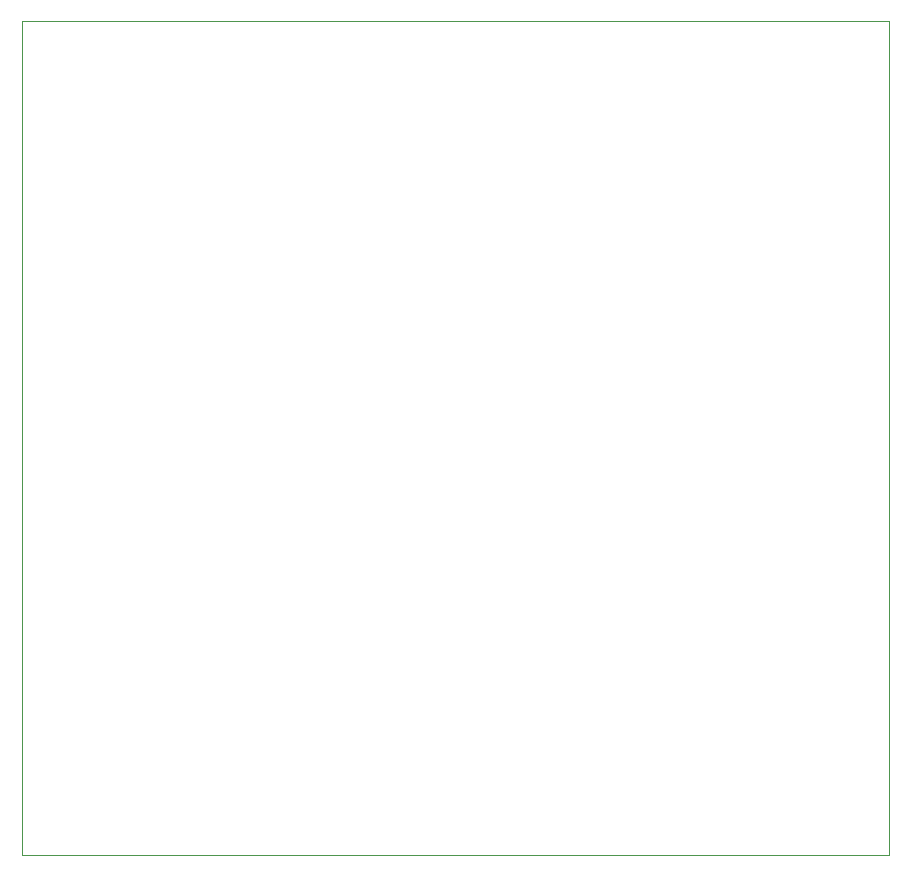
<source format=gbr>
%TF.GenerationSoftware,KiCad,Pcbnew,8.0.2*%
%TF.CreationDate,2024-04-30T14:50:30+02:00*%
%TF.ProjectId,Bachelor Shield,42616368-656c-46f7-9220-536869656c64,1.0*%
%TF.SameCoordinates,Original*%
%TF.FileFunction,Profile,NP*%
%FSLAX46Y46*%
G04 Gerber Fmt 4.6, Leading zero omitted, Abs format (unit mm)*
G04 Created by KiCad (PCBNEW 8.0.2) date 2024-04-30 14:50:30*
%MOMM*%
%LPD*%
G01*
G04 APERTURE LIST*
%TA.AperFunction,Profile*%
%ADD10C,0.100000*%
%TD*%
G04 APERTURE END LIST*
D10*
X123000000Y-43287500D02*
X73600000Y-43287500D01*
X73600000Y-46037500D02*
X73600000Y-43287500D01*
X145700000Y-43287500D02*
X147000000Y-43287500D01*
X73600000Y-60837500D02*
X73600000Y-46037500D01*
X147000000Y-78637500D02*
X147000000Y-113837500D01*
X123000000Y-43287500D02*
X145700000Y-43287500D01*
X147000000Y-78637500D02*
X147000000Y-47637500D01*
X73600000Y-63637500D02*
X73600000Y-113537500D01*
X147000000Y-46037500D02*
X147000000Y-43287500D01*
X147000000Y-46037500D02*
X147000000Y-47637500D01*
X73600000Y-63637500D02*
X73600000Y-60237500D01*
X147000000Y-113837500D02*
X145700000Y-113837500D01*
X73600000Y-113837500D02*
X75300000Y-113837500D01*
X73600000Y-113537500D02*
X73600000Y-113837500D01*
X75300000Y-113837500D02*
X145700000Y-113837500D01*
M02*

</source>
